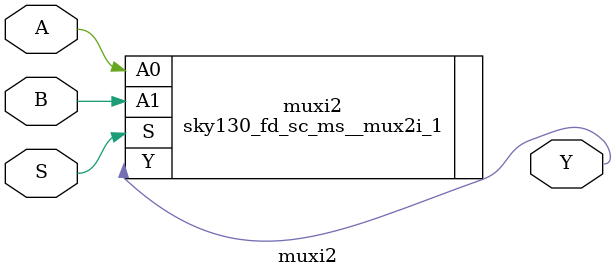
<source format=v>
module inverter
(
    Y, A
);
    output Y;
    input A;

    sky130_fd_sc_ms__inv_1 inverter(.Y(Y), .A(A));

endmodule

// Buffer
module buffer
(
    Y, A
);
    output Y;
    input A;

    sky130_fd_sc_ms__buf_1 buffer(.X(Y), .A(A));

endmodule

// NAND2
module nand2
(
    Y, A, B
);
    output Y;
    input A, B;

    sky130_fd_sc_ms__nand2_1 nand2(.Y(Y), .A(A), .B(B));

endmodule

// NOR2
module nor2
(
    Y, A, B
);
    output Y;
    input A, B;

    sky130_fd_sc_ms__nor2_1 nor2(.Y(Y), .A(A), .B(B));

endmodule

// AND2
module and2
(
    Y, A, B
);
    output Y;
    input A, B;

    sky130_fd_sc_ms__and2_1 and2(.X(Y), .A(A), .B(B));

endmodule

// OR2
module or2
(
    Y, A, B
);
    output Y;
    input A, B;

    sky130_fd_sc_ms__or2_1 or2(.X(Y), .A(A), .B(B));

endmodule

// NAND3
module nand3
(
    Y, A, B, C
);
    output Y;
    input A, B, C;

    sky130_fd_sc_ms__nand3_1 nand3(.Y(Y), .A(A), .B(B), .C(C));

endmodule

// NOR3
module nor3
(
    Y, A, B, C
);
    output Y;
    input A, B, C;

    sky130_fd_sc_ms__nor3_1 nor3(.Y(Y), .A(A), .B(B), .C(C));

endmodule

// AND3
module and3
(
    Y, A, B, C
);
    output Y;
    input A, B, C;

    sky130_fd_sc_ms__and3_1 and3(.X(Y), .A(A), .B(B), .C(C));

endmodule

// OR3
module or3
(
    Y, A, B, C
);
    output Y;
    input A, B, C;

    sky130_fd_sc_ms__or3_1 or3(.X(Y), .A(A), .B(B), .C(C));

endmodule

// NAND4
module nand4
(
    Y, A, B, C, D
);
    output Y;
    input A, B, C, D;

    sky130_fd_sc_ms__nand4_1 nand4(.Y(Y), .A(A), .B(B), .C(C), .D(D));

endmodule

// NOR4
module nor4
(
    Y, A, B, C, D
);
    output Y;
    input A, B, C, D;

    sky130_fd_sc_ms__nor4_1 nor4(.Y(Y), .A(A), .B(B), .C(C), .D(D));

endmodule

// AND4
module and4
(
    Y, A, B, C, D
);
    output Y;
    input A, B, C, D;

    sky130_fd_sc_ms__and4_1 and4(.X(Y), .A(A), .B(B), .C(C), .D(D));

endmodule

// OR4
module or4
(
    Y, A, B, C, D
);
    output Y;
    input A, B, C, D;

    sky130_fd_sc_ms__or4_1 or4(.X(Y), .A(A), .B(B), .C(C), .D(D));

endmodule

// NAND2B
module nand2b
(
    Y, A, B
);
    output Y;
    input A, B;

    sky130_fd_sc_ms__nand2b_1 nand2b(.Y(Y), .A_N(A), .B(B));

endmodule

// NOR2B
module nor2b
(
    Y, A, B
);
    output Y;
    input A, B;

    sky130_fd_sc_ms__nor2b_1 nor2b(.Y(Y), .A(B), .B_N(A));

endmodule

// AO21
module ao21
(
    Y, A0, A1, B0
);
    output Y;
    input A0, A1, B0;

    sky130_fd_sc_ms__a21o_1 ao21(.X(Y), .A1(A0), .A2(A1), .B1(B0));

endmodule

// OA21
module oa21
(
    Y, A0, A1, B0
);
    output Y;
    input A0, A1, B0;

    sky130_fd_sc_ms__o21a_1 oa21(.X(Y), .A1(A0), .A2(A1), .B1(B0));

endmodule

// AOI21
module aoi21
(
    Y, A0, A1, B0
);
    output Y;
    input A0, A1, B0;

    sky130_fd_sc_ms__a21oi_1 aoi21(.Y(Y), .A1(A0), .A2(A1), .B1(B0));

endmodule

// OAI21
module oai21
(
    Y, A0, A1, B0
);
    output Y;
    input A0, A1, B0;

    sky130_fd_sc_ms__o21ai_1 oai21(.X(Y), .A1(A0), .A2(A1), .B1(B0));

endmodule

// AO22
module ao22
(
    Y, A0, A1, B0, B1
);
    output Y;
    input A0, A1, B0, B1;

    sky130_fd_sc_ms__a22o_1 ao22(.X(Y), .A1(A0), .A2(A1), .B1(B0), .B2(B1));

endmodule

// OA22
module oa22
(
    Y, A0, A1, B0, B1
);
    output Y;
    input A0, A1, B0, B1;

    sky130_fd_sc_ms__o22a_1 oa22(.X(Y), .A1(A0), .A2(A1), .B1(B0), .B2(B1));

endmodule

// AOI22
module aoi22
(
    Y, A0, A1, B0, B1
);
    output Y;
    input A0, A1, B0, B1;

    sky130_fd_sc_ms__a22oi_1 aoi22(.Y(Y), .A1(A0), .A2(A1), .B1(B0), .B2(B1));

endmodule

// OAI22
module oai22
(
    Y, A0, A1, B0, B1
);
    output Y;
    input A0, A1, B0, B1;

    sky130_fd_sc_ms__o22ai_1 oai22(.Y(Y), .A1(A0), .A2(A1), .B1(B0), .B2(B1));

endmodule

// XOR2
module xor2
(
    Y, A, B
);
    output Y;
    input A, B;

    sky130_fd_sc_ms__xor2_1 xor2(.X(Y), .A(A), .B(B));

endmodule

// XNOR2
module xnor2
(
    Y, A, B
);
    output Y;
    input A, B;

    sky130_fd_sc_ms__xnor2_1 xnor2(.Y(Y), .A(A), .B(B));

endmodule

// MUX2
module mux2
(
    Y, S, A, B
);
    output Y;
    input S, A, B;

    sky130_fd_sc_ms__mux2_1 mux2(.X(Y), .S(S), .A0(A), .A1(B));

endmodule

// MUX2I
module muxi2
(
    Y, S, A, B
);
    output Y;
    input S, A, B;

    sky130_fd_sc_ms__mux2i_1 muxi2(.Y(Y), .S(S), .A0(A), .A1(B));

endmodule

</source>
